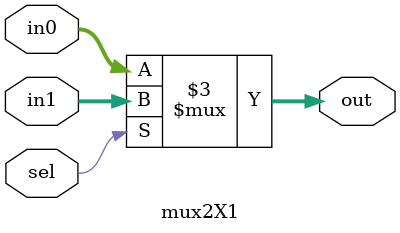
<source format=v>

module mux2X1( in0,in1,sel,out);
input  [15:0] in0,in1;
input sel;
output reg [15:0] out;
always @(*)
   begin
     if(sel)
       out= in1;
     else
    	out=in0;
   end
endmodule

</source>
